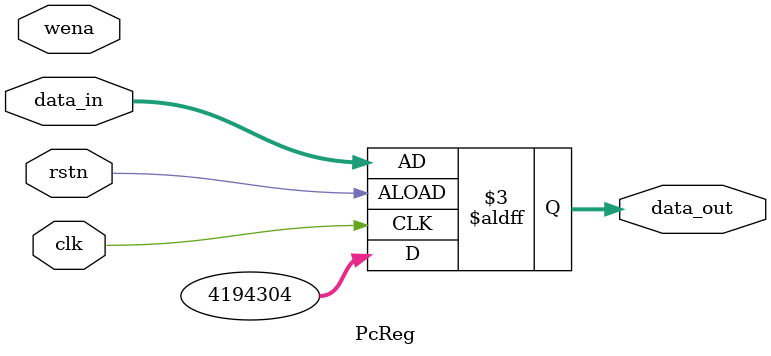
<source format=v>
module PcReg(
    input clk,       // 时钟信号
    input rstn,      // 异步复位信号（低电平有效）
    input wena,      // 写使能信号
    input [31:0] data_in,   // 输入数据（新PC值）
    output reg [31:0] data_out  // 输出数据（当前PC值）
);

always @(posedge clk or posedge rstn) begin
    if (!rstn) begin
        // 复位时PC初始化为起始地址0x00400000
        data_out <= 32'h00400000;
    end else begin
        // 正常情况下更新PC值
        data_out <= data_in;
    end
end
endmodule
</source>
